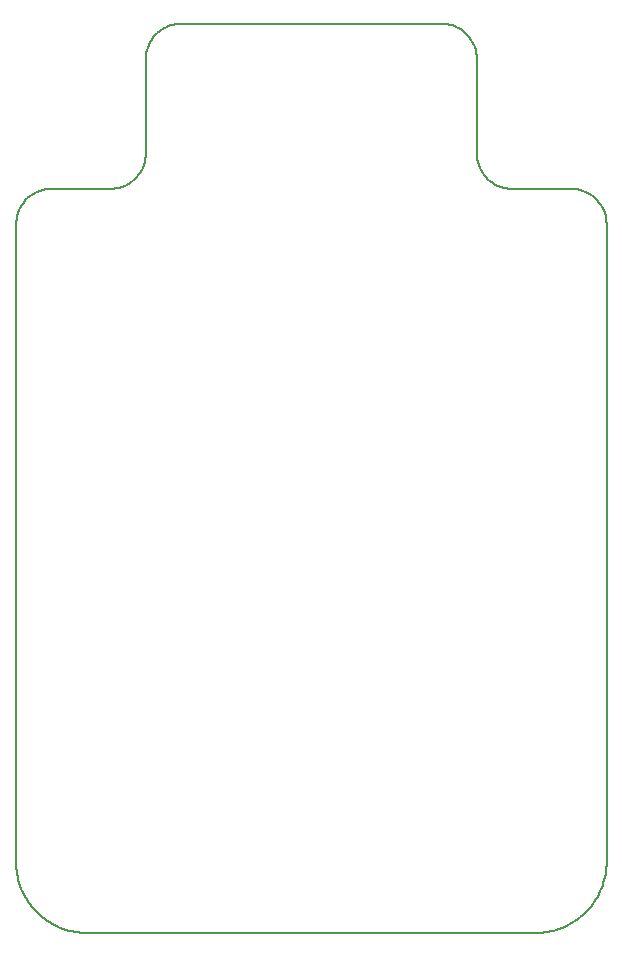
<source format=gko>
G04*
G04 #@! TF.GenerationSoftware,Altium Limited,Altium Designer,21.9.2 (33)*
G04*
G04 Layer_Color=16711935*
%FSLAX44Y44*%
%MOMM*%
G71*
G04*
G04 #@! TF.SameCoordinates,AD09EAA5-2441-452A-AD90-05C7A032265F*
G04*
G04*
G04 #@! TF.FilePolarity,Positive*
G04*
G01*
G75*
%ADD18C,0.2032*%
D18*
X390089Y660060D02*
X390191Y657577D01*
X390499Y655111D01*
X391009Y652679D01*
X391718Y650297D01*
X392621Y647982D01*
X393713Y645749D01*
X394985Y643614D01*
X396429Y641592D01*
X398035Y639695D01*
X399793Y637938D01*
X401689Y636332D01*
X403712Y634888D01*
X405846Y633616D01*
X408079Y632524D01*
X410394Y631621D01*
X412776Y630912D01*
X415209Y630402D01*
X417675Y630094D01*
X420158Y629991D01*
X390089Y739965D02*
X389986Y742447D01*
X389679Y744912D01*
X389169Y747344D01*
X388460Y749725D01*
X387557Y752039D01*
X386466Y754271D01*
X385194Y756405D01*
X383751Y758427D01*
X382145Y760323D01*
X380388Y762080D01*
X378493Y763685D01*
X376471Y765129D01*
X374337Y766401D01*
X372105Y767492D01*
X369790Y768395D01*
X367409Y769104D01*
X364978Y769613D01*
X362513Y769921D01*
X360030Y770023D01*
X439985Y-0D02*
X442533Y54D01*
X445075Y216D01*
X447609Y486D01*
X450129Y863D01*
X452630Y1347D01*
X455109Y1936D01*
X457560Y2630D01*
X459980Y3428D01*
X462364Y4328D01*
X464707Y5328D01*
X467006Y6426D01*
X469256Y7621D01*
X471454Y8911D01*
X473594Y10292D01*
X475674Y11763D01*
X477690Y13322D01*
X479638Y14964D01*
X481515Y16688D01*
X483316Y18489D01*
X485040Y20366D01*
X486682Y22313D01*
X488240Y24329D01*
X489711Y26409D01*
X491093Y28550D01*
X492382Y30747D01*
X493577Y32998D01*
X494676Y35296D01*
X495676Y37640D01*
X496575Y40024D01*
X497373Y42443D01*
X498067Y44895D01*
X498657Y47373D01*
X499141Y49875D01*
X499518Y52395D01*
X499788Y54928D01*
X499950Y57471D01*
X500004Y60018D01*
X500004Y599990D02*
X499901Y602468D01*
X499594Y604928D01*
X499086Y607355D01*
X498378Y609732D01*
X497477Y612042D01*
X496387Y614270D01*
X495118Y616400D01*
X493677Y618418D01*
X492075Y620310D01*
X490321Y622063D01*
X488429Y623666D01*
X486411Y625107D01*
X484280Y626376D01*
X482052Y627465D01*
X479742Y628366D01*
X477366Y629074D01*
X474939Y629583D01*
X472478Y629889D01*
X470000Y629991D01*
X140077Y770023D02*
X137592Y769921D01*
X135125Y769613D01*
X132691Y769103D01*
X130307Y768393D01*
X127991Y767489D01*
X125756Y766397D01*
X123620Y765124D01*
X121596Y763679D01*
X119698Y762072D01*
X117940Y760313D01*
X116333Y758415D01*
X114888Y756391D01*
X113615Y754255D01*
X112522Y752021D01*
X111618Y749704D01*
X110909Y747321D01*
X110398Y744887D01*
X110091Y742419D01*
X109988Y739934D01*
X79970Y629991D02*
X82449Y630094D01*
X84911Y630401D01*
X87339Y630910D01*
X89717Y631618D01*
X92028Y632520D01*
X94257Y633610D01*
X96389Y634879D01*
X98408Y636321D01*
X100301Y637924D01*
X102055Y639679D01*
X103659Y641572D01*
X105100Y643591D01*
X106370Y645723D01*
X107460Y647951D01*
X108362Y650263D01*
X109070Y652640D01*
X109579Y655069D01*
X109886Y657531D01*
X109988Y660009D01*
X0Y59992D02*
X54Y57446D01*
X216Y54904D01*
X486Y52372D01*
X863Y49853D01*
X1347Y47353D01*
X1936Y44875D01*
X2630Y42425D01*
X3427Y40006D01*
X4326Y37624D01*
X5326Y35281D01*
X6424Y32983D01*
X7618Y30734D01*
X8907Y28538D01*
X10288Y26398D01*
X11759Y24319D01*
X13316Y22304D01*
X14958Y20357D01*
X16681Y18481D01*
X18481Y16680D01*
X20357Y14957D01*
X22304Y13316D01*
X24319Y11758D01*
X26398Y10288D01*
X28538Y8907D01*
X30735Y7618D01*
X32984Y6423D01*
X35282Y5325D01*
X37624Y4326D01*
X40007Y3427D01*
X42425Y2629D01*
X44876Y1936D01*
X47353Y1346D01*
X49854Y863D01*
X52372Y486D01*
X54905Y216D01*
X57446Y54D01*
X59992Y-0D01*
X30084Y629991D02*
X27599Y629889D01*
X25132Y629581D01*
X22699Y629071D01*
X20316Y628361D01*
X17999Y627458D01*
X15766Y626366D01*
X13630Y625093D01*
X11606Y623648D01*
X9709Y622041D01*
X7951Y620283D01*
X6344Y618386D01*
X4899Y616362D01*
X3626Y614226D01*
X2534Y611992D01*
X1630Y609676D01*
X921Y607293D01*
X410Y604859D01*
X103Y602392D01*
X0Y599908D01*
X390089Y660061D02*
Y739965D01*
X140077Y770023D02*
X360030D01*
X500004Y60019D02*
Y599988D01*
X420158Y629991D02*
X470000D01*
X109988Y660009D02*
Y739934D01*
X30084Y629991D02*
X79970D01*
X59993Y-0D02*
X439985D01*
X0Y59992D02*
Y599908D01*
M02*

</source>
